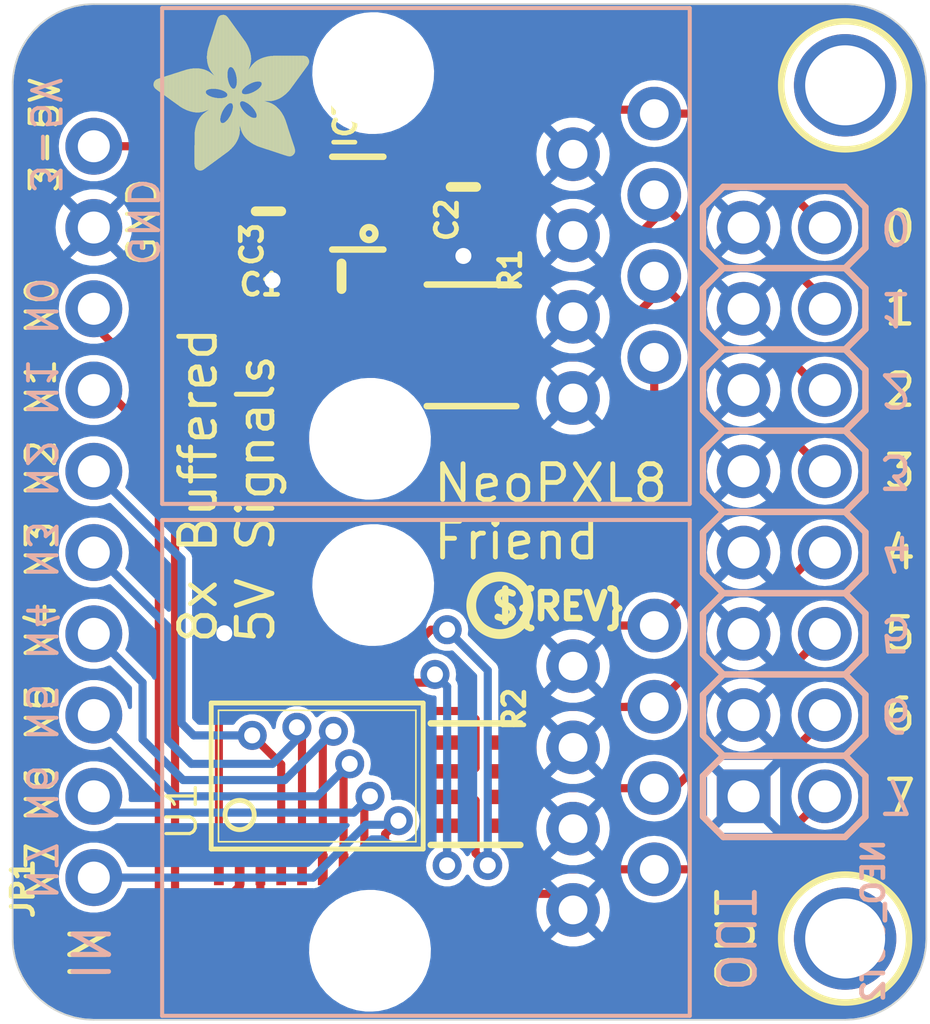
<source format=kicad_pcb>
(kicad_pcb (version 20221018) (generator pcbnew)
  (layers (0 "F.Cu" signal) (31 "B.Cu" signal) (34 "B.Paste" user) (35 "F.Paste" user) (36 "B.SilkS" user "B.Silkscreen") (37 "F.SilkS" user "F.Silkscreen") (38 "B.Mask" user) (39 "F.Mask" user) (44 "Edge.Cuts" user))
  (net 0 "")
  (net 1 "GND")
  (net 2 "N$14")
  (net 3 "N$15")
  (net 4 "3.3V")
  (net 5 "NEO_IN0")
  (net 6 "NEO_IN1")
  (net 7 "NEO_IN2")
  (net 8 "NEO_IN7")
  (net 9 "NEO_IN6")
  (net 10 "NEO_IN5")
  (net 11 "NEO_IN4")
  (net 12 "N$1")
  (net 13 "N$2")
  (net 14 "N$3")
  (net 15 "N$4")
  (net 16 "N$5")
  (net 17 "N$6")
  (net 18 "N$7")
  (net 19 "N$8")
  (net 20 "NEO_OUT0")
  (net 21 "NEO_OUT1")
  (net 22 "NEO_OUT2")
  (net 23 "NEO_OUT3")
  (net 24 "NEO_OUT4")
  (net 25 "NEO_OUT5")
  (net 26 "NEO_OUT6")
  (net 27 "NEO_OUT7")
  (net 28 "+5V")
  (net 29 "NEO_IN3")
  (footprint "working:0603-NO" (layer "F.Cu") (at 144.5006 97.6376 180)
    (fp_text reference "C1" (at 1.778 0.127 180) (layer "F.SilkS") (effects (font (size 0.666496 0.666496) (thickness 0.146304)) (justify right top)))
    (fp_text value "1uF")
    (pad "1" smd rect (at -0.85 0 180) (size 1.075 1) (layers "F.Cu" "F.Paste" "F.Mask") (net 28 "+5V"))
    (pad "2" smd rect (at 0.85 0 180) (size 1.075 1) (layers "F.Cu" "F.Paste" "F.Mask") (net 1 "GND"))
  )
  (footprint "working:SOT23-6" (layer "F.Cu") (at 145.0086 95.3516 90)
    (fp_text reference "IC3" (at 1.651 0 90) (layer "F.SilkS") (effects (font (size 0.666496 0.666496) (thickness 0.146304)) (justify left bottom)))
    (fp_text value "AP3602")
    (pad "1" smd rect (at -0.95 1.3 90) (size 0.55 1.2) (layers "F.Cu" "F.Paste" "F.Mask") (net 28 "+5V"))
    (pad "2" smd rect (at 0 1.3 90) (size 0.55 1.2) (layers "F.Cu" "F.Paste" "F.Mask") (net 1 "GND"))
    (pad "3" smd rect (at 0.95 1.3 90) (size 0.55 1.2) (layers "F.Cu" "F.Paste" "F.Mask") (net 4 "3.3V"))
    (pad "4" smd rect (at 0.95 -1.3 90) (size 0.55 1.2) (layers "F.Cu" "F.Paste" "F.Mask") (net 3 "N$15"))
    (pad "5" smd rect (at 0 -1.3 90) (size 0.55 1.2) (layers "F.Cu" "F.Paste" "F.Mask") (net 4 "3.3V"))
    (pad "6" smd rect (at -0.95 -1.3 90) (size 0.55 1.2) (layers "F.Cu" "F.Paste" "F.Mask") (net 2 "N$14"))
  )
  (footprint "working:1X10_ROUND70" (layer "F.Cu") (at 136.7536 105.0036 90)
    (fp_text reference "JP1" (at -12.7762 -1.8288 90) (layer "F.SilkS") (effects (font (size 0.666496 0.666496) (thickness 0.146304)) (justify left bottom)))
    (fp_text value "")
    (pad "1" thru_hole circle (at -11.43 0 180) (size 1.778 1.778) (drill 1) (layers "*.Cu" "*.Mask") (net 8 "NEO_IN7"))
    (pad "2" thru_hole circle (at -8.89 0 180) (size 1.778 1.778) (drill 1) (layers "*.Cu" "*.Mask") (net 9 "NEO_IN6"))
    (pad "3" thru_hole circle (at -6.35 0 180) (size 1.778 1.778) (drill 1) (layers "*.Cu" "*.Mask") (net 10 "NEO_IN5"))
    (pad "4" thru_hole circle (at -3.81 0 180) (size 1.778 1.778) (drill 1) (layers "*.Cu" "*.Mask") (net 11 "NEO_IN4"))
    (pad "5" thru_hole circle (at -1.27 0 180) (size 1.778 1.778) (drill 1) (layers "*.Cu" "*.Mask") (net 29 "NEO_IN3"))
    (pad "6" thru_hole circle (at 1.27 0 180) (size 1.778 1.778) (drill 1) (layers "*.Cu" "*.Mask") (net 7 "NEO_IN2"))
    (pad "7" thru_hole circle (at 3.81 0 180) (size 1.778 1.778) (drill 1) (layers "*.Cu" "*.Mask") (net 6 "NEO_IN1"))
    (pad "8" thru_hole circle (at 6.35 0 180) (size 1.778 1.778) (drill 1) (layers "*.Cu" "*.Mask") (net 5 "NEO_IN0"))
    (pad "9" thru_hole circle (at 8.89 0 180) (size 1.778 1.778) (drill 1) (layers "*.Cu" "*.Mask") (net 1 "GND"))
    (pad "10" thru_hole circle (at 11.43 0 180) (size 1.778 1.778) (drill 1) (layers "*.Cu" "*.Mask") (net 4 "3.3V"))
  )
  (footprint "working:FIDUCIAL_1MM" (layer "F.Cu") (at 148.5011 90.9066)
    (fp_text reference "FID2" hide)
    (fp_text value "FIDUCIAL_1MM" hide)
    (pad "1" smd roundrect (at 0 0) (size 1 1) (layers "F.Cu" "F.Mask") (roundrect_rratio 0.5))
  )
  (footprint "working:0603-NO" (layer "F.Cu") (at 148.3106 94.8436 -90)
    (fp_text reference "C2" (at 1.778 0.127 -90) (layer "F.SilkS") (effects (font (size 0.666496 0.666496) (thickness 0.146304)) (justify left bottom)))
    (fp_text value "1uF")
    (pad "1" smd rect (at -0.85 0 270) (size 1.075 1) (layers "F.Cu" "F.Paste" "F.Mask") (net 4 "3.3V"))
    (pad "2" smd rect (at 0.85 0 270) (size 1.075 1) (layers "F.Cu" "F.Paste" "F.Mask") (net 1 "GND"))
  )
  (footprint "working:RESPACK_4X0603" (layer "F.Cu") (at 148.5646 99.7966 -90)
    (fp_text reference "R1" (at -1.6 -1.6 -90) (layer "F.SilkS") (effects (font (size 0.666496 0.666496) (thickness 0.146304)) (justify left bottom)))
    (fp_text value "100")
    (pad "1" smd rect (at -1.3 0.85 270) (size 0.45 0.9) (layers "F.Cu" "F.Paste" "F.Mask") (net 19 "N$8"))
    (pad "2" smd rect (at -0.4 0.85 270) (size 0.45 0.9) (layers "F.Cu" "F.Paste" "F.Mask") (net 18 "N$7"))
    (pad "3" smd rect (at 0.4 0.85 270) (size 0.45 0.9) (layers "F.Cu" "F.Paste" "F.Mask") (net 17 "N$6"))
    (pad "4" smd rect (at 1.3 0.85 270) (size 0.45 0.9) (layers "F.Cu" "F.Paste" "F.Mask") (net 16 "N$5"))
    (pad "5" smd rect (at 1.3 -0.85 270) (size 0.45 0.9) (layers "F.Cu" "F.Paste" "F.Mask") (net 23 "NEO_OUT3"))
    (pad "6" smd rect (at 0.4 -0.85 270) (size 0.45 0.9) (layers "F.Cu" "F.Paste" "F.Mask") (net 22 "NEO_OUT2"))
    (pad "7" smd rect (at -0.4 -0.85 270) (size 0.45 0.9) (layers "F.Cu" "F.Paste" "F.Mask") (net 21 "NEO_OUT1"))
    (pad "8" smd rect (at -1.3 -0.85 270) (size 0.45 0.9) (layers "F.Cu" "F.Paste" "F.Mask") (net 20 "NEO_OUT0"))
  )
  (footprint "working:0603-NO" (layer "F.Cu") (at 142.2146 95.6056 -90)
    (fp_text reference "C3" (at 1.778 0.127 -90) (layer "F.SilkS") (effects (font (size 0.666496 0.666496) (thickness 0.146304)) (justify left bottom)))
    (fp_text value "1uF")
    (pad "1" smd rect (at -0.85 0 270) (size 1.075 1) (layers "F.Cu" "F.Paste" "F.Mask") (net 3 "N$15"))
    (pad "2" smd rect (at 0.85 0 270) (size 1.075 1) (layers "F.Cu" "F.Paste" "F.Mask") (net 2 "N$14"))
  )
  (footprint "working:MOUNTINGHOLE_2.5_PLATED" (layer "F.Cu") (at 160.2486 91.6686)
    (fp_text reference "U$3" hide)
    (fp_text value "MOUNTINGHOLE2.5" hide)
    (pad "P$1" thru_hole circle (at 0 0) (size 3.2 3.2) (drill 2.5) (layers "*.Cu" "*.Mask"))
    (zone (net 0) (net_name "") (layer "B.Cu") (connect_pads (clearance 0)) (min_thickness 0.25)
      (keepout (tracks not_allowed) (vias not_allowed) (pads not_allowed) (copperpour not_allowed) (footprints allowed))
      (fill (thermal_gap 0.5) (thermal_bridge_width 0.5))
      (polygon (pts (xy 162.2646 91.6686) (xy 162.24498 91.388027) (xy 162.186504 91.112915) (xy 162.090308 90.848619) (xy 161.958265 90.600283) (xy 161.792946 90.37274) (xy 161.597567 90.17042) (xy 161.375933 89.99726) (xy 161.132356 89.856631) (xy 160.871578 89.75127) (xy 160.598675 89.683228) (xy 160.318957 89.653828) (xy 160.037871 89.663644) (xy 159.760885 89.712484) (xy 159.493393 89.799397) (xy 159.2406 89.922693) (xy 159.007426 90.07997) (xy 158.798411 90.268169) (xy 158.617622 90.483625) (xy 158.468578 90.722145) (xy 158.35418 90.979087) (xy 158.276654 91.24945) (xy 158.237511 91.527971) (xy 158.237511 91.809229) (xy 158.276654 92.08775) (xy 158.35418 92.358113) (xy 158.468578 92.615055) (xy 158.617622 92.853575) (xy 158.798411 93.069031) (xy 159.007426 93.25723) (xy 159.2406 93.414507) (xy 159.493393 93.537803) (xy 159.760885 93.624716) (xy 160.037871 93.673556) (xy 160.318957 93.683372) (xy 160.598675 93.653972) (xy 160.871578 93.58593) (xy 161.132356 93.480569) (xy 161.375933 93.33994) (xy 161.597567 93.16678) (xy 161.792946 92.96446) (xy 161.958265 92.736917) (xy 162.090308 92.488581) (xy 162.186504 92.224285) (xy 162.24498 91.949173)))
      (polygon (pts (xy 160.2326 91.6686) (xy 160.237286 91.679914) (xy 160.2486 91.6846) (xy 160.259914 91.679914) (xy 160.2646 91.6686) (xy 160.259914 91.657286) (xy 160.2486 91.6526) (xy 160.237286 91.657286)))
    )
  )
  (footprint "working:PCBFEAT-REV-040" (layer "F.Cu") (at 149.4536 107.9246)
    (fp_text reference "U$11" hide)
    (fp_text value "" hide)
    (fp_text user "${REV}" (at -0.3556 0.508) (layer "F.SilkS") (effects (font (size 0.8128 0.8128) (thickness 0.2032)) (justify left bottom)))
  )
  (footprint "working:FIDUCIAL_1MM" (layer "F.Cu") (at 148.8821 118.4021)
    (fp_text reference "FID1" hide)
    (fp_text value "FIDUCIAL_1MM" hide)
    (pad "1" smd roundrect (at 0 0) (size 1 1) (layers "F.Cu" "F.Mask") (roundrect_rratio 0.5))
  )
  (footprint "working:MOUNTINGHOLE_2.5_PLATED" (layer "F.Cu") (at 160.2486 118.3386)
    (fp_text reference "U$7" hide)
    (fp_text value "MOUNTINGHOLE2.5" hide)
    (pad "P$1" thru_hole circle (at 0 0) (size 3.2 3.2) (drill 2.5) (layers "*.Cu" "*.Mask"))
    (zone (net 0) (net_name "") (layer "B.Cu") (connect_pads (clearance 0)) (min_thickness 0.25)
      (keepout (tracks not_allowed) (vias not_allowed) (pads not_allowed) (copperpour not_allowed) (footprints allowed))
      (fill (thermal_gap 0.5) (thermal_bridge_width 0.5))
      (polygon (pts (xy 162.2646 118.3386) (xy 162.24498 118.058027) (xy 162.186504 117.782915) (xy 162.090308 117.518619) (xy 161.958265 117.270283) (xy 161.792946 117.04274) (xy 161.597567 116.84042) (xy 161.375933 116.66726) (xy 161.132356 116.526631) (xy 160.871578 116.42127) (xy 160.598675 116.353228) (xy 160.318957 116.323828) (xy 160.037871 116.333644) (xy 159.760885 116.382484) (xy 159.493393 116.469397) (xy 159.2406 116.592693) (xy 159.007426 116.74997) (xy 158.798411 116.938169) (xy 158.617622 117.153625) (xy 158.468578 117.392145) (xy 158.35418 117.649087) (xy 158.276654 117.91945) (xy 158.237511 118.197971) (xy 158.237511 118.479229) (xy 158.276654 118.75775) (xy 158.35418 119.028113) (xy 158.468578 119.285055) (xy 158.617622 119.523575) (xy 158.798411 119.739031) (xy 159.007426 119.92723) (xy 159.2406 120.084507) (xy 159.493393 120.207803) (xy 159.760885 120.294716) (xy 160.037871 120.343556) (xy 160.318957 120.353372) (xy 160.598675 120.323972) (xy 160.871578 120.25593) (xy 161.132356 120.150569) (xy 161.375933 120.00994) (xy 161.597567 119.83678) (xy 161.792946 119.63446) (xy 161.958265 119.406917) (xy 162.090308 119.158581) (xy 162.186504 118.894285) (xy 162.24498 118.619173)))
      (polygon (pts (xy 160.2326 118.3386) (xy 160.237286 118.349914) (xy 160.2486 118.3546) (xy 160.259914 118.349914) (xy 160.2646 118.3386) (xy 160.259914 118.327286) (xy 160.2486 118.3226) (xy 160.237286 118.327286)))
    )
  )
  (footprint "working:TSSOP20" (layer "F.Cu") (at 143.7386 113.2586)
    (fp_text reference "U1" (at -3.6956 2.0828 90) (layer "F.SilkS") (effects (font (size 0.9144 0.9144) (thickness 0.1016)) (justify left bottom)))
    (fp_text value "74HCT245")
    (pad "1" smd rect (at -3.075 2.9178) (size 0.3048 0.9906) (layers "F.Cu" "F.Paste" "F.Mask") (net 28 "+5V"))
    (pad "2" smd rect (at -2.425 2.9178) (size 0.3048 0.9906) (layers "F.Cu" "F.Paste" "F.Mask") (net 5 "NEO_IN0"))
    (pad "3" smd rect (at -1.775 2.9178) (size 0.3048 0.9906) (layers "F.Cu" "F.Paste" "F.Mask") (net 6 "NEO_IN1"))
    (pad "4" smd rect (at -1.125 2.9178) (size 0.3048 0.9906) (layers "F.Cu" "F.Paste" "F.Mask") (net 7 "NEO_IN2"))
    (pad "5" smd rect (at -0.475 2.9178) (size 0.3048 0.9906) (layers "F.Cu" "F.Paste" "F.Mask") (net 29 "NEO_IN3"))
    (pad "6" smd rect (at 0.175 2.9178) (size 0.3048 0.9906) (layers "F.Cu" "F.Paste" "F.Mask") (net 11 "NEO_IN4"))
    (pad "7" smd rect (at 0.825 2.9178) (size 0.3048 0.9906) (layers "F.Cu" "F.Paste" "F.Mask") (net 10 "NEO_IN5"))
    (pad "8" smd rect (at 1.475 2.9178) (size 0.3048 0.9906) (layers "F.Cu" "F.Paste" "F.Mask") (net 9 "NEO_IN6"))
    (pad "9" smd rect (at 2.125 2.9178) (size 0.3048 0.9906) (layers "F.Cu" "F.Paste" "F.Mask") (net 8 "NEO_IN7"))
    (pad "10" smd rect (at 2.775 2.9178) (size 0.3048 0.9906) (layers "F.Cu" "F.Paste" "F.Mask") (net 1 "GND"))
    (pad "11" smd rect (at 2.775 -2.9178) (size 0.3048 0.9906) (layers "F.Cu" "F.Paste" "F.Mask") (net 12 "N$1"))
    (pad "12" smd rect (at 2.125 -2.9178) (size 0.3048 0.9906) (layers "F.Cu" "F.Paste" "F.Mask") (net 13 "N$2"))
    (pad "13" smd rect (at 1.475 -2.9178) (size 0.3048 0.9906) (layers "F.Cu" "F.Paste" "F.Mask") (net 14 "N$3"))
    (pad "14" smd rect (at 0.825 -2.9178) (size 0.3048 0.9906) (layers "F.Cu" "F.Paste" "F.Mask") (net 15 "N$4"))
    (pad "15" smd rect (at 0.175 -2.9178) (size 0.3048 0.9906) (layers "F.Cu" "F.Paste" "F.Mask") (net 16 "N$5"))
    (pad "16" smd rect (at -0.475 -2.9178) (size 0.3048 0.9906) (layers "F.Cu" "F.Paste" "F.Mask") (net 17 "N$6"))
    (pad "17" smd rect (at -1.125 -2.9178) (size 0.3048 0.9906) (layers "F.Cu" "F.Paste" "F.Mask") (net 18 "N$7"))
    (pad "18" smd rect (at -1.775 -2.9178) (size 0.3048 0.9906) (layers "F.Cu" "F.Paste" "F.Mask") (net 19 "N$8"))
    (pad "19" smd rect (at -2.425 -2.9178) (size 0.3048 0.9906) (layers "F.Cu" "F.Paste" "F.Mask") (net 1 "GND"))
    (pad "20" smd rect (at -3.075 -2.9178) (size 0.3048 0.9906) (layers "F.Cu" "F.Paste" "F.Mask") (net 28 "+5V"))
  )
  (footprint "working:ADAFRUIT_5MM" (layer "F.Cu") (at 143.4846 94.3356 90)
    (fp_text reference "U$12" hide)
    (fp_text value "" hide)
  )
  (footprint "working:RESPACK_4X0603" (layer "F.Cu") (at 148.6916 113.5126 -90)
    (fp_text reference "R2" (at -1.6 -1.6 -90) (layer "F.SilkS") (effects (font (size 0.666496 0.666496) (thickness 0.146304)) (justify left bottom)))
    (fp_text value "100")
    (pad "1" smd rect (at -1.3 0.85 270) (size 0.45 0.9) (layers "F.Cu" "F.Paste" "F.Mask") (net 15 "N$4"))
    (pad "2" smd rect (at -0.4 0.85 270) (size 0.45 0.9) (layers "F.Cu" "F.Paste" "F.Mask") (net 14 "N$3"))
    (pad "3" smd rect (at 0.4 0.85 270) (size 0.45 0.9) (layers "F.Cu" "F.Paste" "F.Mask") (net 13 "N$2"))
    (pad "4" smd rect (at 1.3 0.85 270) (size 0.45 0.9) (layers "F.Cu" "F.Paste" "F.Mask") (net 12 "N$1"))
    (pad "5" smd rect (at 1.3 -0.85 270) (size 0.45 0.9) (layers "F.Cu" "F.Paste" "F.Mask") (net 27 "NEO_OUT7"))
    (pad "6" smd rect (at 0.4 -0.85 270) (size 0.45 0.9) (layers "F.Cu" "F.Paste" "F.Mask") (net 26 "NEO_OUT6"))
    (pad "7" smd rect (at -0.4 -0.85 270) (size 0.45 0.9) (layers "F.Cu" "F.Paste" "F.Mask") (net 25 "NEO_OUT5"))
    (pad "8" smd rect (at -1.3 -0.85 270) (size 0.45 0.9) (layers "F.Cu" "F.Paste" "F.Mask") (net 24 "NEO_OUT4"))
  )
  (footprint "working:RJ45_VERTICAL_UNSHIELDED" (layer "B.Cu") (at 145.3896 113.0046 90)
    (fp_text reference "CN1" hide)
    (fp_text value "RJ45_V_UNSH" hide)
    (pad "" np_thru_hole circle (at -5.715 0 90) (size 3.302 3.302) (drill 3.302) (layers "*.Cu" "*.Mask"))
    (pad "" np_thru_hole circle (at 5.715 0.1 90) (size 3.302 3.302) (drill 3.302) (layers "*.Cu" "*.Mask"))
    (pad "1" thru_hole circle (at -4.44 6.35 90) (size 1.6764 1.6764) (drill 0.9) (layers "*.Cu" "*.Mask") (net 1 "GND"))
    (pad "2" thru_hole circle (at -3.17 8.89 90) (size 1.6764 1.6764) (drill 0.9) (layers "*.Cu" "*.Mask") (net 27 "NEO_OUT7"))
    (pad "3" thru_hole circle (at -1.9 6.35 90) (size 1.6764 1.6764) (drill 0.9) (layers "*.Cu" "*.Mask") (net 1 "GND"))
    (pad "4" thru_hole circle (at -0.63 8.89 90) (size 1.6764 1.6764) (drill 0.9) (layers "*.Cu" "*.Mask") (net 26 "NEO_OUT6"))
    (pad "5" thru_hole circle (at 0.64 6.35 90) (size 1.6764 1.6764) (drill 0.9) (layers "*.Cu" "*.Mask") (net 1 "GND"))
    (pad "6" thru_hole circle (at 1.91 8.89 90) (size 1.6764 1.6764) (drill 0.9) (layers "*.Cu" "*.Mask") (net 25 "NEO_OUT5"))
    (pad "7" thru_hole circle (at 3.18 6.35 90) (size 1.6764 1.6764) (drill 0.9) (layers "*.Cu" "*.Mask") (net 1 "GND"))
    (pad "8" thru_hole circle (at 4.45 8.89 90) (size 1.6764 1.6764) (drill 0.9) (layers "*.Cu" "*.Mask") (net 24 "NEO_OUT4"))
  )
  (footprint "working:RJ45_VERTICAL_UNSHIELDED" (layer "B.Cu") (at 145.3896 97.0026 90)
    (fp_text reference "CN2" hide)
    (fp_text value "RJ45_V_UNSH" hide)
    (pad "" np_thru_hole circle (at -5.715 0 90) (size 3.302 3.302) (drill 3.302) (layers "*.Cu" "*.Mask"))
    (pad "" np_thru_hole circle (at 5.715 0.1 90) (size 3.302 3.302) (drill 3.302) (layers "*.Cu" "*.Mask"))
    (pad "1" thru_hole circle (at -4.44 6.35 90) (size 1.6764 1.6764) (drill 0.9) (layers "*.Cu" "*.Mask") (net 1 "GND"))
    (pad "2" thru_hole circle (at -3.17 8.89 90) (size 1.6764 1.6764) (drill 0.9) (layers "*.Cu" "*.Mask") (net 23 "NEO_OUT3"))
    (pad "3" thru_hole circle (at -1.9 6.35 90) (size 1.6764 1.6764) (drill 0.9) (layers "*.Cu" "*.Mask") (net 1 "GND"))
    (pad "4" thru_hole circle (at -0.63 8.89 90) (size 1.6764 1.6764) (drill 0.9) (layers "*.Cu" "*.Mask") (net 22 "NEO_OUT2"))
    (pad "5" thru_hole circle (at 0.64 6.35 90) (size 1.6764 1.6764) (drill 0.9) (layers "*.Cu" "*.Mask") (net 1 "GND"))
    (pad "6" thru_hole circle (at 1.91 8.89 90) (size 1.6764 1.6764) (drill 0.9) (layers "*.Cu" "*.Mask") (net 21 "NEO_OUT1"))
    (pad "7" thru_hole circle (at 3.18 6.35 90) (size 1.6764 1.6764) (drill 0.9) (layers "*.Cu" "*.Mask") (net 1 "GND"))
    (pad "8" thru_hole circle (at 4.45 8.89 90) (size 1.6764 1.6764) (drill 0.9) (layers "*.Cu" "*.Mask") (net 20 "NEO_OUT0"))
  )
  (footprint "working:2X08" (layer "B.Cu") (at 158.3436 105.0036 90)
    (fp_text reference "NEO_OUT2" (at -10.16 3.175 270) (layer "B.SilkS") (effects (font (size 0.666496 0.666496) (thickness 0.146304)) (justify left bottom mirror)))
    (fp_text value "")
    (pad "1" thru_hole rect (at -8.89 -1.27 90) (size 1.6764 1.6764) (drill 1) (layers "*.Cu" "*.Mask") (net 1 "GND"))
    (pad "2" thru_hole circle (at -8.89 1.27 90) (size 1.6764 1.6764) (drill 1) (layers "*.Cu" "*.Mask") (net 27 "NEO_OUT7"))
    (pad "3" thru_hole circle (at -6.35 -1.27 90) (size 1.6764 1.6764) (drill 1) (layers "*.Cu" "*.Mask") (net 1 "GND"))
    (pad "4" thru_hole circle (at -6.35 1.27 90) (size 1.6764 1.6764) (drill 1) (layers "*.Cu" "*.Mask") (net 26 "NEO_OUT6"))
    (pad "5" thru_hole circle (at -3.81 -1.27 90) (size 1.6764 1.6764) (drill 1) (layers "*.Cu" "*.Mask") (net 1 "GND"))
    (pad "6" thru_hole circle (at -3.81 1.27 90) (size 1.6764 1.6764) (drill 1) (layers "*.Cu" "*.Mask") (net 25 "NEO_OUT5"))
    (pad "7" thru_hole circle (at -1.27 -1.27 90) (size 1.6764 1.6764) (drill 1) (layers "*.Cu" "*.Mask") (net 1 "GND"))
    (pad "8" thru_hole circle (at -1.27 1.27 90) (size 1.6764 1.6764) (drill 1) (layers "*.Cu" "*.Mask") (net 24 "NEO_OUT4"))
    (pad "9" thru_hole circle (at 1.27 -1.27 90) (size 1.6764 1.6764) (drill 1) (layers "*.Cu" "*.Mask") (net 1 "GND"))
    (pad "10" thru_hole circle (at 1.27 1.27 90) (size 1.6764 1.6764) (drill 1) (layers "*.Cu" "*.Mask") (net 23 "NEO_OUT3"))
    (pad "11" thru_hole circle (at 3.81 -1.27 90) (size 1.6764 1.6764) (drill 1) (layers "*.Cu" "*.Mask") (net 1 "GND"))
    (pad "12" thru_hole circle (at 3.81 1.27 90) (size 1.6764 1.6764) (drill 1) (layers "*.Cu" "*.Mask") (net 22 "NEO_OUT2"))
    (pad "13" thru_hole circle (at 6.35 -1.27 90) (size 1.6764 1.6764) (drill 1) (layers "*.Cu" "*.Mask") (net 1 "GND"))
    (pad "14" thru_hole circle (at 6.35 1.27 90) (size 1.6764 1.6764) (drill 1) (layers "*.Cu" "*.Mask") (net 21 "NEO_OUT1"))
    (pad "15" thru_hole circle (at 8.89 -1.27 90) (size 1.6764 1.6764) (drill 1) (layers "*.Cu" "*.Mask") (net 1 "GND"))
    (pad "16" thru_hole circle (at 8.89 1.27 90) (size 1.6764 1.6764) (drill 1) (layers "*.Cu" "*.Mask") (net 20 "NEO_OUT0"))
  )
  (gr_arc (start 134.2136 91.6686) (mid 134.957549 89.872549) (end 136.7536 89.1286) (stroke (width 0.05)) (layer "Edge.Cuts"))
  (gr_line (start 160.2486 89.1286) (end 136.7536 89.1286) (stroke (width 0.05)) (layer "Edge.Cuts"))
  (gr_arc (start 160.2486 89.1286) (mid 162.044651 89.872549) (end 162.7886 91.6686) (stroke (width 0.05)) (layer "Edge.Cuts"))
  (gr_arc (start 162.7886 118.3386) (mid 162.044651 120.134651) (end 160.2486 120.8786) (stroke (width 0.05)) (layer "Edge.Cuts"))
  (gr_line (start 136.7536 120.8786) (end 160.2486 120.8786) (stroke (width 0.05)) (layer "Edge.Cuts"))
  (gr_arc (start 136.7536 120.8786) (mid 134.957549 120.134651) (end 134.2136 118.3386) (stroke (width 0.05)) (layer "Edge.Cuts"))
  (gr_line (start 162.7886 118.3386) (end 162.7886 91.6686) (stroke (width 0.05)) (layer "Edge.Cuts"))
  (gr_line (start 134.2136 91.6686) (end 134.2136 118.3386) (stroke (width 0.05)) (layer "Edge.Cuts"))
  (gr_text "1" (at 161.2646 98.6536 -180) (layer "B.SilkS") (effects (font (size 1.00584 1.00584) (thickness 0.13716)) (justify left mirror)))
  (gr_text "3" (at 161.2646 103.7336 -180) (layer "B.SilkS") (effects (font (size 1.00584 1.00584) (thickness 0.13716)) (justify left mirror)))
  (gr_text "N4" (at 135.1026 109.7026 -90) (layer "B.SilkS") (effects (font (size 0.89408 0.89408) (thickness 0.12192)) (justify left mirror)))
  (gr_text "N5" (at 135.1026 112.2426 -90) (layer "B.SilkS") (effects (font (size 0.89408 0.89408) (thickness 0.12192)) (justify left mirror)))
  (gr_text "N3" (at 135.1026 107.1626 -90) (layer "B.SilkS") (effects (font (size 0.89408 0.89408) (thickness 0.12192)) (justify left mirror)))
  (gr_text "5" (at 161.2646 108.8136 -180) (layer "B.SilkS") (effects (font (size 1.00584 1.00584) (thickness 0.13716)) (justify left mirror)))
  (gr_text "N0" (at 135.1026 99.5426 -90) (layer "B.SilkS") (effects (font (size 0.89408 0.89408) (thickness 0.12192)) (justify left mirror)))
  (gr_text "N2" (at 135.1026 104.6226 -90) (layer "B.SilkS") (effects (font (size 0.89408 0.89408) (thickness 0.12192)) (justify left mirror)))
  (gr_text "3-5V" (at 135.2296 95.0976 -90) (layer "B.SilkS") (effects (font (size 0.89408 0.89408) (thickness 0.12192)) (justify left mirror)))
  (gr_text "4" (at 161.2646 106.2736 -180) (layer "B.SilkS") (effects (font (size 1.00584 1.00584) (thickness 0.13716)) (justify left mirror)))
  (gr_text "0" (at 161.2646 96.1136 -180) (layer "B.SilkS") (effects (font (size 1.00584 1.00584) (thickness 0.13716)) (justify left mirror)))
  (gr_text "N7" (at 135.1026 117.1956 -90) (layer "B.SilkS") (effects (font (size 0.89408 0.89408) (thickness 0.12192)) (justify left mirror)))
  (gr_text "IN" (at 137.2616 117.8306 -90) (layer "B.SilkS") (effects (font (size 1.1176 1.1176) (thickness 0.1524)) (justify right top mirror)))
  (gr_text "OUT" (at 157.4546 116.6876 -90) (layer "B.SilkS") (effects (font (size 1.1176 1.1176) (thickness 0.1524)) (justify right top mirror)))
  (gr_text "2" (at 161.2646 101.1936 -180) (layer "B.SilkS") (effects (font (size 1.00584 1.00584) (thickness 0.13716)) (justify left mirror)))
  (gr_text "N6" (at 135.1026 114.7826 -90) (layer "B.SilkS") (effects (font (size 0.89408 0.89408) (thickness 0.12192)) (justify left mirror)))
  (gr_text "GND" (at 138.2776 97.3836 -90) (layer "B.SilkS") (effects (font (size 0.89408 0.89408) (thickness 0.12192)) (justify left mirror)))
  (gr_text "7" (at 161.2646 113.8936 -180) (layer "B.SilkS") (effects (font (size 1.00584 1.00584) (thickness 0.13716)) (justify left mirror)))
  (gr_text "N1" (at 135.1026 102.0826 -90) (layer "B.SilkS") (effects (font (size 0.89408 0.89408) (thickness 0.12192)) (justify left mirror)))
  (gr_text "6" (at 161.2646 111.3536 -180) (layer "B.SilkS") (effects (font (size 1.00584 1.00584) (thickness 0.13716)) (justify left mirror)))
  (gr_text "N1" (at 135.1026 102.0826 90) (layer "F.SilkS") (effects (font (size 0.89408 0.89408) (thickness 0.12192)) (justify left)))
  (gr_text "5" (at 162.5346 108.8136) (layer "F.SilkS") (effects (font (size 1.00584 1.00584) (thickness 0.13716)) (justify right)))
  (gr_text "1" (at 162.5346 98.6536) (layer "F.SilkS") (effects (font (size 1.00584 1.00584) (thickness 0.13716)) (justify right)))
  (gr_text "2" (at 162.5346 101.1936) (layer "F.SilkS") (effects (font (size 1.00584 1.00584) (thickness 0.13716)) (justify right)))
  (gr_text "N2" (at 135.1026 104.6226 90) (layer "F.SilkS") (effects (font (size 0.89408 0.89408) (thickness 0.12192)) (justify left)))
  (gr_text "7" (at 162.5346 113.8936) (layer "F.SilkS") (effects (font (size 1.00584 1.00584) (thickness 0.13716)) (justify right)))
  (gr_text "3" (at 162.5346 103.7336) (layer "F.SilkS") (effects (font (size 1.00584 1.00584) (thickness 0.13716)) (justify right)))
  (gr_text "IN" (at 137.2616 119.7356 90) (layer "F.SilkS") (effects (font (size 1.1176 1.1176) (thickness 0.1524)) (justify left bottom)))
  (gr_text "OUT" (at 156.1846 116.6876 90) (layer "F.SilkS") (effects (font (size 1.1176 1.1176) (thickness 0.1524)) (justify right top)))
  (gr_text "N5" (at 135.1026 112.2426 90) (layer "F.SilkS") (effects (font (size 0.89408 0.89408) (thickness 0.12192)) (justify left)))
  (gr_text "N0" (at 135.1026 99.5426 90) (layer "F.SilkS") (effects (font (size 0.89408 0.89408) (thickness 0.12192)) (justify left)))
  (gr_text "N3" (at 135.1026 107.1626 90) (layer "F.SilkS") (effects (font (size 0.89408 0.89408) (thickness 0.12192)) (justify left)))
  (gr_text "N6" (at 135.1026 114.7826 90) (layer "F.SilkS") (effects (font (size 0.89408 0.89408) (thickness 0.12192)) (justify left)))
  (gr_text "3-5V" (at 135.2296 95.0976 90) (layer "F.SilkS") (effects (font (size 0.89408 0.89408) (thickness 0.12192)) (justify left)))
  (gr_text "GND" (at 138.2776 97.3836 90) (layer "F.SilkS") (effects (font (size 0.89408 0.89408) (thickness 0.12192)) (justify left)))
  (gr_text "8x Buffered\n5V Signals" (at 142.4686 109.1946 90) (layer "F.SilkS") (effects (font (size 1.1176 1.1176) (thickness 0.1524)) (justify left bottom)))
  (gr_text "0" (at 162.5346 96.1136) (layer "F.SilkS") (effects (font (size 1.00584 1.00584) (thickness 0.13716)) (justify right)))
  (gr_text "N4" (at 135.1026 109.7026 90) (layer "F.SilkS") (effects (font (size 0.89408 0.89408) (thickness 0.12192)) (justify left)))
  (gr_text "N7" (at 135.1026 117.1956 90) (layer "F.SilkS") (effects (font (size 0.89408 0.89408) (thickness 0.12192)) (justify left)))
  (gr_text "4" (at 162.5346 106.2736) (layer "F.SilkS") (effects (font (size 1.00584 1.00584) (thickness 0.13716)) (justify right)))
  (gr_text "NeoPXL8\nFriend" (at 147.2946 105.0036) (layer "F.SilkS") (effects (font (size 1.1176 1.1176) (thickness 0.1524)) (justify left)))
  (gr_text "6" (at 162.5346 111.3536) (layer "F.SilkS") (effects (font (size 1.00584 1.00584) (thickness 0.13716)) (justify right)))
  (segment (start 141.3136 109.1826) (end 140.9446 108.8136) (width 0.254) (layer "F.Cu") (net 1))
  (segment (start 143.6506 97.6376) (end 142.4686 97.6376) (width 0.254) (layer "F.Cu") (net 1))
  (segment (start 147.1676 95.3516) (end 147.5096 95.6936) (width 0.254) (layer "F.Cu") (net 1))
  (segment (start 151.7396 117.4446) (end 151.2366 116.9416) (width 0.254) (layer "F.Cu") (net 1))
  (segment (start 146.3086 95.3516) (end 147.1676 95.3516) (width 0.254) (layer "F.Cu") (net 1))
  (segment (start 140.8176 108.8136) (end 140.83515 108.79605) (width 0.254) (layer "F.Cu") (net 1))
  (segment (start 141.3136 110.3408) (end 141.3136 109.1826) (width 0.254) (layer "F.Cu") (net 1))
  (segment (start 151.2366 116.9416) (end 147.2788 116.9416) (width 0.254) (layer "F.Cu") (net 1))
  (segment (start 147.5096 95.6936) (end 148.3106 95.6936) (width 0.254) (layer "F.Cu") (net 1))
  (segment (start 140.9446 108.8136) (end 140.8176 108.8136) (width 0.254) (layer "F.Cu") (net 1))
  (segment (start 147.2788 116.9416) (end 146.5136 116.1764) (width 0.254) (layer "F.Cu") (net 1))
  (segment (start 142.4686 97.6376) (end 142.3416 97.7646) (width 0.254) (layer "F.Cu") (net 1))
  (segment (start 148.3106 95.6936) (end 148.3106 97.0026) (width 0.254) (layer "F.Cu") (net 1))
  (via (at 148.3106 97.0026) (size 0.9064) (drill 0.5) (layers "F.Cu" "B.Cu") (net 1))
  (via (at 142.3416 97.7646) (size 0.9064) (drill 0.5) (layers "F.Cu" "B.Cu") (net 1))
  (via (at 140.83515 108.79605) (size 0.9064) (drill 0.5) (layers "F.Cu" "B.Cu") (net 1))
  (segment (start 142.3686 96.3016) (end 143.7086 96.3016) (width 0.254) (layer "F.Cu") (net 2))
  (segment (start 142.2146 96.4556) (end 142.3686 96.3016) (width 0.254) (layer "F.Cu") (net 2))
  (segment (start 142.2146 94.7556) (end 142.5686 94.4016) (width 0.254) (layer "F.Cu") (net 3))
  (segment (start 142.5686 94.4016) (end 143.7086 94.4016) (width 0.254) (layer "F.Cu") (net 3))
  (segment (start 144.6276 95.3516) (end 144.8816 95.0976) (width 0.254) (layer "F.Cu") (net 4))
  (segment (start 146.3086 94.2746) (end 148.0296 94.2746) (width 0.254) (layer "F.Cu") (net 4))
  (segment (start 144.8816 95.0976) (end 144.8816 93.5736) (width 0.254) (layer "F.Cu") (net 4))
  (segment (start 145.6076 93.5736) (end 146.3086 94.2746) (width 0.254) (layer "F.Cu") (net 4))
  (segment (start 146.3086 94.2746) (end 146.3086 94.4016) (width 0.254) (layer "F.Cu") (net 4))
  (segment (start 148.0296 94.2746) (end 148.3106 93.9936) (width 0.254) (layer "F.Cu") (net 4))
  (segment (start 136.7536 93.5736) (end 144.8816 93.5736) (width 0.254) (layer "F.Cu") (net 4))
  (segment (start 144.8816 93.5736) (end 145.6076 93.5736) (width 0.254) (layer "F.Cu") (net 4))
  (segment (start 143.7086 95.3516) (end 144.6276 95.3516) (width 0.254) (layer "F.Cu") (net 4))
  (segment (start 136.7536 99.1616) (end 139.2936 101.7016) (width 0.254) (layer "F.Cu") (net 5))
  (segment (start 139.2936 101.7016) (end 139.2936 116.9416) (width 0.254) (layer "F.Cu") (net 5))
  (segment (start 141.3256 116.1884) (end 141.3136 116.1764) (width 0.254) (layer "F.Cu") (net 5))
  (segment (start 139.2936 116.9416) (end 139.5476 117.1956) (width 0.254) (layer "F.Cu") (net 5))
  (segment (start 136.7536 98.6536) (end 136.7536 99.1616) (width 0.254) (layer "F.Cu") (net 5))
  (segment (start 141.3256 116.6876) (end 141.3256 116.1884) (width 0.254) (layer "F.Cu") (net 5))
  (segment (start 139.5476 117.1956) (end 140.8176 117.1956) (width 0.254) (layer "F.Cu") (net 5))
  (segment (start 140.8176 117.1956) (end 141.3256 116.6876) (width 0.254) (layer "F.Cu") (net 5))
  (segment (start 141.9606 116.1794) (end 141.9636 116.1764) (width 0.254) (layer "F.Cu") (net 6))
  (segment (start 138.7856 102.8446) (end 138.7856 117.1956) (width 0.254) (layer "F.Cu") (net 6))
  (segment (start 138.7856 117.1956) (end 139.2936 117.7036) (width 0.254) (layer "F.Cu") (net 6))
  (segment (start 139.2936 117.7036) (end 141.3256 117.7036) (width 0.254) (layer "F.Cu") (net 6))
  (segment (start 141.3256 117.7036) (end 141.9606 117.0686) (width 0.254) (layer "F.Cu") (net 6))
  (segment (start 141.9606 117.0686) (end 141.9606 116.1794) (width 0.254) (layer "F.Cu") (net 6))
  (segment (start 136.7536 101.1936) (end 137.1346 101.1936) (width 0.254) (layer "F.Cu") (net 6))
  (segment (start 137.1346 101.1936) (end 138.7856 102.8446) (width 0.254) (layer "F.Cu") (net 6))
  (segment (start 142.6136 116.1764) (end 142.6136 112.8956) (width 0.254) (layer "F.Cu") (net 7))
  (segment (start 142.6136 112.8956) (end 141.7066 111.9886) (width 0.254) (layer "F.Cu") (net 7))
  (via (at 141.7066 111.9886) (size 0.9064) (drill 0.5) (layers "F.Cu" "B.Cu") (net 7))
  (segment (start 136.7536 103.7336) (end 139.4968 106.4768) (width 0.254) (layer "B.Cu") (net 7))
  (segment (start 139.4968 111.6076) (end 139.8778 111.9886) (width 0.254) (layer "B.Cu") (net 7))
  (segment (start 139.4968 106.4768) (end 139.4968 111.6076) (width 0.254) (layer "B.Cu") (net 7))
  (segment (start 139.8778 111.9886) (end 141.7066 111.9886) (width 0.254) (layer "B.Cu") (net 7))
  (segment (start 145.8636 115.0706) (end 146.2786 114.6556) (width 0.254) (layer "F.Cu") (net 8))
  (segment (start 145.8636 116.1764) (end 145.8636 115.0706) (width 0.254) (layer "F.Cu") (net 8))
  (via (at 146.2786 114.6556) (size 0.9064) (drill 0.5) (layers "F.Cu" "B.Cu") (net 8))
  (segment (start 146.1516 114.7826) (end 146.2786 114.6556) (width 0.254) (layer "B.Cu") (net 8))
  (segment (start 143.6116 116.4336) (end 145.2626 114.7826) (width 0.254) (layer "B.Cu") (net 8))
  (segment (start 145.2626 114.7826) (end 146.1516 114.7826) (width 0.254) (layer "B.Cu") (net 8))
  (segment (start 136.7536 116.4336) (end 143.6116 116.4336) (width 0.254) (layer "B.Cu") (net 8))
  (segment (start 145.2136 114.0696) (end 145.3896 113.8936) (width 0.254) (layer "F.Cu") (net 9))
  (segment (start 145.2136 116.1764) (end 145.2136 114.0696) (width 0.254) (layer "F.Cu") (net 9))
  (via (at 145.3896 113.8936) (size 0.9064) (drill 0.5) (layers "F.Cu" "B.Cu") (net 9))
  (segment (start 137.2616 114.4016) (end 136.7536 113.8936) (width 0.254) (layer "B.Cu") (net 9))
  (segment (start 145.3896 113.8936) (end 144.8816 114.4016) (width 0.254) (layer "B.Cu") (net 9))
  (segment (start 144.8816 114.4016) (end 137.2616 114.4016) (width 0.254) (layer "B.Cu") (net 9))
  (segment (start 144.5636 113.0686) (end 144.7546 112.8776) (width 0.254) (layer "F.Cu") (net 10))
  (segment (start 144.5636 116.1764) (end 144.5636 113.0686) (width 0.254) (layer "F.Cu") (net 10))
  (via (at 144.7546 112.8776) (size 0.9064) (drill 0.5) (layers "F.Cu" "B.Cu") (net 10))
  (segment (start 143.7386 113.8936) (end 139.2936 113.8936) (width 0.254) (layer "B.Cu") (net 10))
  (segment (start 139.2936 113.8936) (end 136.7536 111.3536) (width 0.254) (layer "B.Cu") (net 10))
  (segment (start 144.7546 112.8776) (end 143.7386 113.8936) (width 0.254) (layer "B.Cu") (net 10))
  (segment (start 143.9136 112.1946) (end 144.2466 111.8616) (width 0.254) (layer "F.Cu") (net 11))
  (segment (start 143.9136 116.1764) (end 143.9136 112.1946) (width 0.254) (layer "F.Cu") (net 11))
  (via (at 144.2466 111.8616) (size 0.9064) (drill 0.5) (layers "F.Cu" "B.Cu") (net 11))
  (segment (start 142.7226 113.3856) (end 139.5476 113.3856) (width 0.254) (layer "B.Cu") (net 11))
  (segment (start 138.2776 112.1156) (end 138.2776 110.3376) (width 0.254) (layer "B.Cu") (net 11))
  (segment (start 138.2776 110.3376) (end 136.7536 108.8136) (width 0.254) (layer "B.Cu") (net 11))
  (segment (start 144.2466 111.8616) (end 142.7226 113.3856) (width 0.254) (layer "B.Cu") (net 11))
  (segment (start 139.5476 113.3856) (end 138.2776 112.1156) (width 0.254) (layer "B.Cu") (net 11))
  (segment (start 147.8026 114.8126) (end 147.8026 116.0526) (width 0.254) (layer "F.Cu") (net 12))
  (segment (start 146.5136 110.3408) (end 147.1644 110.3408) (width 0.254) (layer "F.Cu") (net 12))
  (segment (start 147.1644 110.3408) (end 147.4216 110.0836) (width 0.254) (layer "F.Cu") (net 12))
  (segment (start 147.8416 114.8126) (end 147.8026 114.8126) (width 0.254) (layer "F.Cu") (net 12))
  (via (at 147.4216 110.0836) (size 0.9064) (drill 0.5) (layers "F.Cu" "B.Cu") (net 12))
  (via (at 147.8026 116.0526) (size 0.9064) (drill 0.5) (layers "F.Cu" "B.Cu") (net 12))
  (segment (start 147.8026 110.4646) (end 147.4216 110.0836) (width 0.254) (layer "B.Cu") (net 12))
  (segment (start 147.8026 116.0526) (end 147.8026 110.4646) (width 0.254) (layer "B.Cu") (net 12))
  (segment (start 147.8026 108.6866) (end 147.2946 108.6866) (width 0.254) (layer "F.Cu") (net 13))
  (segment (start 147.8416 113.9126) (end 148.5836 113.9126) (width 0.254) (layer "F.Cu") (net 13))
  (segment (start 148.5836 113.9126) (end 148.6916 114.0206) (width 0.254) (layer "F.Cu") (net 13))
  (segment (start 147.2946 108.6866) (end 146.5326 109.4486) (width 0.254) (layer "F.Cu") (net 13))
  (segment (start 146.0246 109.4486) (end 145.8636 109.6096) (width 0.254) (layer "F.Cu") (net 13))
  (segment (start 145.8636 109.6096) (end 145.8636 110.3408) (width 0.254) (layer "F.Cu") (net 13))
  (segment (start 148.6916 115.6716) (end 149.0726 116.0526) (width 0.254) (layer "F.Cu") (net 13))
  (segment (start 146.5326 109.4486) (end 146.0246 109.4486) (width 0.254) (layer "F.Cu") (net 13))
  (segment (start 148.6916 114.0206) (end 148.6916 115.6716) (width 0.254) (layer "F.Cu") (net 13))
  (via (at 147.8026 108.6866) (size 0.9064) (drill 0.5) (layers "F.Cu" "B.Cu") (net 13))
  (via (at 149.0726 116.0526) (size 0.9064) (drill 0.5) (layers "F.Cu" "B.Cu") (net 13))
  (segment (start 149.0726 109.9566) (end 147.8026 108.6866) (width 0.254) (layer "B.Cu") (net 13))
  (segment (start 149.0726 116.0526) (end 149.0726 109.9566) (width 0.254) (layer "B.Cu") (net 13))
  (segment (start 148.4376 111.2266) (end 148.6916 111.4806) (width 0.254) (layer "F.Cu") (net 14))
  (segment (start 148.6916 111.4806) (end 148.6916 113.0046) (width 0.254) (layer "F.Cu") (net 14))
  (segment (start 145.5166 111.2266) (end 148.4376 111.2266) (width 0.254) (layer "F.Cu") (net 14))
  (segment (start 145.2136 110.9236) (end 145.5166 111.2266) (width 0.254) (layer "F.Cu") (net 14))
  (segment (start 147.8606 113.1316) (end 147.8416 113.1126) (width 0.254) (layer "F.Cu") (net 14))
  (segment (start 148.5646 113.1316) (end 147.8606 113.1316) (width 0.254) (layer "F.Cu") (net 14))
  (segment (start 148.6916 113.0046) (end 148.5646 113.1316) (width 0.254) (layer "F.Cu") (net 14))
  (segment (start 145.2136 110.3408) (end 145.2136 110.9236) (width 0.254) (layer "F.Cu") (net 14))
  (segment (start 145.7406 112.2126) (end 147.8416 112.2126) (width 0.254) (layer "F.Cu") (net 15))
  (segment (start 144.5636 111.0356) (end 145.7406 112.2126) (width 0.254) (layer "F.Cu") (net 15))
  (segment (start 144.5636 110.3408) (end 144.5636 111.0356) (width 0.254) (layer "F.Cu") (net 15))
  (segment (start 143.9136 108.6076) (end 143.9136 110.3408) (width 0.254) (layer "F.Cu") (net 16))
  (segment (start 147.0706 101.0966) (end 146.6596 100.6856) (width 0.254) (layer "F.Cu") (net 16))
  (segment (start 143.3576 101.0666) (end 143.3576 108.0516) (width 0.254) (layer "F.Cu") (net 16))
  (segment (start 146.6596 100.6856) (end 143.7386 100.6856) (width 0.254) (layer "F.Cu") (net 16))
  (segment (start 143.7386 100.6856) (end 143.3576 101.0666) (width 0.254) (layer "F.Cu") (net 16))
  (segment (start 147.7146 101.0966) (end 147.0706 101.0966) (width 0.254) (layer "F.Cu") (net 16))
  (segment (start 143.3576 108.0516) (end 143.9136 108.6076) (width 0.254) (layer "F.Cu") (net 16))
  (segment (start 142.8496 100.8126) (end 143.4656 100.1966) (width 0.254) (layer "F.Cu") (net 17))
  (segment (start 143.2636 108.7196) (end 143.2636 110.3408) (width 0.254) (layer "F.Cu") (net 17))
  (segment (start 142.8496 108.3056) (end 143.2636 108.7196) (width 0.254) (layer "F.Cu") (net 17))
  (segment (start 147.7146 100.1966) (end 143.4656 100.1966) (width 0.254) (layer "F.Cu") (net 17))
  (segment (start 142.8496 100.8126) (end 142.8496 108.3056) (width 0.254) (layer "F.Cu") (net 17))
  (segment (start 142.3416 100.5586) (end 142.3416 108.5596) (width 0.254) (layer "F.Cu") (net 18))
  (segment (start 142.6136 108.8316) (end 142.6136 110.3408) (width 0.254) (layer "F.Cu") (net 18))
  (segment (start 147.0406 99.2886) (end 147.6066 99.2886) (width 0.254) (layer "F.Cu") (net 18))
  (segment (start 143.2306 99.6696) (end 146.6596 99.6696) (width 0.254) (layer "F.Cu") (net 18))
  (segment (start 147.6066 99.2886) (end 147.7146 99.3966) (width 0.254) (layer "F.Cu") (net 18))
  (segment (start 146.6596 99.6696) (end 147.0406 99.2886) (width 0.254) (layer "F.Cu") (net 18))
  (segment (start 142.3416 108.5596) (end 142.6136 108.8316) (width 0.254) (layer "F.Cu") (net 18))
  (segment (start 143.2306 99.6696) (end 142.3416 100.5586) (width 0.254) (layer "F.Cu") (net 18))
  (segment (start 142.9766 99.1616) (end 141.7066 100.4316) (width 0.254) (layer "F.Cu") (net 19))
  (segment (start 146.9436 98.4966) (end 147.7146 98.4966) (width 0.254) (layer "F.Cu") (net 19))
  (segment (start 141.7066 108.6866) (end 141.9636 108.9436) (width 0.254) (layer "F.Cu") (net 19))
  (segment (start 141.7066 100.4316) (end 141.7066 108.6866) (width 0.254) (layer "F.Cu") (net 19))
  (segment (start 146.2786 99.1616) (end 146.9436 98.4966) (width 0.254) (layer "F.Cu") (net 19))
  (segment (start 142.9766 99.1616) (end 146.2786 99.1616) (width 0.254) (layer "F.Cu") (net 19))
  (segment (start 141.9636 108.9436) (end 141.9636 110.3408) (width 0.254) (layer "F.Cu") (net 19))
  (segment (start 156.0526 92.5526) (end 159.6136 96.1136) (width 0.254) (layer "F.Cu") (net 20))
  (segment (start 149.4146 98.4966) (end 149.4146 93.3586) (width 0.254) (layer "F.Cu") (net 20))
  (segment (start 154.2796 92.5526) (end 156.0526 92.5526) (width 0.254) (layer "F.Cu") (net 20))
  (segment (start 149.4146 93.3586) (end 150.3426 92.4306) (width 0.254) (layer "F.Cu") (net 20))
  (segment (start 154.1576 92.4306) (end 154.2796 92.5526) (width 0.254) (layer "F.Cu") (net 20))
  (segment (start 150.3426 92.4306) (end 154.1576 92.4306) (width 0.254) (layer "F.Cu") (net 20))
  (segment (start 150.1076 99.3966) (end 150.3426 99.1616) (width 0.254) (layer "F.Cu") (net 21))
  (segment (start 149.4146 99.3966) (end 150.1076 99.3966) (width 0.254) (layer "F.Cu") (net 21))
  (segment (start 150.3426 98.2726) (end 150.9776 97.6376) (width 0.254) (layer "F.Cu") (net 21))
  (segment (start 154.2796 95.0926) (end 154.2796 95.0976) (width 0.254) (layer "F.Cu") (net 21))
  (segment (start 156.5656 97.3836) (end 158.5976 97.3836) (width 0.254) (layer "F.Cu") (net 21))
  (segment (start 150.3426 99.1616) (end 150.3426 98.2726) (width 0.254) (layer "F.Cu") (net 21))
  (segment (start 158.5976 97.3836) (end 159.8676 98.6536) (width 0.254) (layer "F.Cu") (net 21))
  (segment (start 152.5016 97.6376) (end 154.2796 95.8596) (width 0.254) (layer "F.Cu") (net 21))
  (segment (start 154.2796 95.8596) (end 154.2796 95.0926) (width 0.254) (layer "F.Cu") (net 21))
  (segment (start 159.8676 98.6536) (end 159.6136 98.6536) (width 0.254) (layer "F.Cu") (net 21))
  (segment (start 150.9776 97.6376) (end 152.5016 97.6376) (width 0.254) (layer "F.Cu") (net 21))
  (segment (start 154.2796 95.0976) (end 156.5656 97.3836) (width 0.254) (layer "F.Cu") (net 21))
  (segment (start 152.3746 100.1776) (end 154.2796 98.2726) (width 0.254) (layer "F.Cu") (net 22))
  (segment (start 158.2166 99.9236) (end 159.4866 101.1936) (width 0.254) (layer "F.Cu") (net 22))
  (segment (start 154.2796 97.6326) (end 156.5706 99.9236) (width 0.254) (layer "F.Cu") (net 22))
  (segment (start 149.4336 100.1776) (end 152.3746 100.1776) (width 0.254) (layer "F.Cu") (net 22))
  (segment (start 149.4146 100.1966) (end 149.4336 100.1776) (width 0.254) (layer "F.Cu") (net 22))
  (segment (start 159.4866 101.1936) (end 159.6136 101.1936) (width 0.254) (layer "F.Cu") (net 22))
  (segment (start 154.2796 98.2726) (end 154.2796 97.6326) (width 0.254) (layer "F.Cu") (net 22))
  (segment (start 156.5706 99.9236) (end 158.2166 99.9236) (width 0.254) (layer "F.Cu") (net 22))
  (segment (start 153.3906 102.7176) (end 154.2796 101.8286) (width 0.254) (layer "F.Cu") (net 23))
  (segment (start 149.4146 101.0966) (end 151.0356 102.7176) (width 0.254) (layer "F.Cu") (net 23))
  (segment (start 154.2796 101.8286) (end 154.2796 100.1726) (width 0.254) (layer "F.Cu") (net 23))
  (segment (start 158.3436 102.4636) (end 154.9146 102.4636) (width 0.254) (layer "F.Cu") (net 23))
  (segment (start 159.6136 103.7336) (end 158.3436 102.4636) (width 0.254) (layer "F.Cu") (net 23))
  (segment (start 154.9146 102.4636) (end 154.2796 101.8286) (width 0.254) (layer "F.Cu") (net 23))
  (segment (start 151.0356 102.7176) (end 153.3906 102.7176) (width 0.254) (layer "F.Cu") (net 23))
  (segment (start 155.2906 107.5436) (end 158.0896 107.5436) (width 0.254) (layer "F.Cu") (net 24))
  (segment (start 158.0896 107.5436) (end 159.3596 106.2736) (width 0.254) (layer "F.Cu") (net 24))
  (segment (start 150.6016 108.5546) (end 154.2796 108.5546) (width 0.254) (layer "F.Cu") (net 24))
  (segment (start 149.7076 109.4486) (end 150.6016 108.5546) (width 0.254) (layer "F.Cu") (net 24))
  (segment (start 149.5416 112.2126) (end 149.7076 112.0466) (width 0.254) (layer "F.Cu") (net 24))
  (segment (start 149.7076 112.0466) (end 149.7076 109.4486) (width 0.254) (layer "F.Cu") (net 24))
  (segment (start 159.3596 106.2736) (end 159.6136 106.2736) (width 0.254) (layer "F.Cu") (net 24))
  (segment (start 154.2796 108.5546) (end 155.2906 107.5436) (width 0.254) (layer "F.Cu") (net 24))
  (segment (start 150.4696 111.4806) (end 150.8506 111.0996) (width 0.254) (layer "F.Cu") (net 25))
  (segment (start 149.5416 113.1126) (end 150.2346 113.1126) (width 0.254) (layer "F.Cu") (net 25))
  (segment (start 150.4696 112.8776) (end 150.4696 111.4806) (width 0.254) (layer "F.Cu") (net 25))
  (segment (start 153.3906 111.0996) (end 153.3956 111.0946) (width 0.254) (layer "F.Cu") (net 25))
  (segment (start 158.3436 110.0836) (end 159.6136 108.8136) (width 0.254) (layer "F.Cu") (net 25))
  (segment (start 153.3956 111.0946) (end 154.2796 111.0946) (width 0.254) (layer "F.Cu") (net 25))
  (segment (start 155.2906 110.0836) (end 158.3436 110.0836) (width 0.254) (layer "F.Cu") (net 25))
  (segment (start 150.2346 113.1126) (end 150.4696 112.8776) (width 0.254) (layer "F.Cu") (net 25))
  (segment (start 150.8506 111.0996) (end 153.3906 111.0996) (width 0.254) (layer "F.Cu") (net 25))
  (segment (start 154.2796 111.0946) (end 155.2906 110.0836) (width 0.254) (layer "F.Cu") (net 25))
  (segment (start 154.9196 113.6346) (end 155.9306 112.6236) (width 0.254) (layer "F.Cu") (net 26))
  (segment (start 154.2746 113.6396) (end 154.2796 113.6346) (width 0.254) (layer "F.Cu") (net 26))
  (segment (start 154.2796 113.6346) (end 154.9196 113.6346) (width 0.254) (layer "F.Cu") (net 26))
  (segment (start 149.5416 113.9126) (end 150.5776 113.9126) (width 0.254) (layer "F.Cu") (net 26))
  (segment (start 150.8506 113.6396) (end 154.2746 113.6396) (width 0.254) (layer "F.Cu") (net 26))
  (segment (start 150.5776 113.9126) (end 150.8506 113.6396) (width 0.254) (layer "F.Cu") (net 26))
  (segment (start 158.4706 112.6236) (end 159.7406 111.3536) (width 0.254) (layer "F.Cu") (net 26))
  (segment (start 155.9306 112.6236) (end 158.4706 112.6236) (width 0.254) (layer "F.Cu") (net 26))
  (segment (start 159.7406 111.3536) (end 159.6136 111.3536) (width 0.254) (layer "F.Cu") (net 26))
  (segment (start 157.3326 116.1746) (end 159.6136 113.8936) (width 0.254) (layer "F.Cu") (net 27))
  (segment (start 154.2796 116.1746) (end 157.3326 116.1746) (width 0.254) (layer "F.Cu") (net 27))
  (segment (start 149.5416 114.8126) (end 150.9086 116.1796) (width 0.254) (layer "F.Cu") (net 27))
  (segment (start 150.9086 116.1796) (end 152.8826 116.1796) (width 0.254) (layer "F.Cu") (net 27))
  (segment (start 152.8876 116.1746) (end 154.2796 116.1746) (width 0.254) (layer "F.Cu") (net 27))
  (segment (start 152.8826 116.1796) (end 152.8876 116.1746) (width 0.254) (layer "F.Cu") (net 27))
  (segment (start 144.7546 98.6536) (end 145.3506 98.0576) (width 0.254) (layer "F.Cu") (net 28))
  (segment (start 140.6636 109.7324) (end 140.05175 109.12055) (width 0.254) (layer "F.Cu") (net 28))
  (segment (start 145.3506 98.0576) (end 145.3506 97.6376) (width 0.254) (layer "F.Cu") (net 28))
  (segment (start 140.05175 108.47155) (end 140.6636 107.8597) (width 0.254) (layer "F.Cu") (net 28))
  (segment (start 140.6636 110.3408) (end 140.6636 109.7324) (width 0.254) (layer "F.Cu") (net 28))
  (segment (start 146.3086 96.6796) (end 145.3506 97.6376) (width 0.254) (layer "F.Cu") (net 28))
  (segment (start 140.6636 110.3408) (end 140.6636 116.1764) (width 0.254) (layer "F.Cu") (net 28))
  (segment (start 140.05175 109.12055) (end 140.05175 108.47155) (width 0.254) (layer "F.Cu") (net 28))
  (segment (start 140.6636 107.8597) (end 140.6636 99.6966) (width 0.254) (layer "F.Cu") (net 28))
  (segment (start 140.6636 99.6966) (end 141.7066 98.6536) (width 0.254) (layer "F.Cu") (net 28))
  (segment (start 146.3086 96.3016) (end 146.3086 96.6796) (width 0.254) (layer "F.Cu") (net 28))
  (segment (start 141.7066 98.6536) (end 144.7546 98.6536) (width 0.254) (layer "F.Cu") (net 28))
  (segment (start 143.2636 116.1764) (end 143.2636 111.8946) (width 0.254) (layer "F.Cu") (net 29))
  (segment (start 143.2636 111.8946) (end 143.1036 111.7346) (width 0.254) (layer "F.Cu") (net 29))
  (via (at 143.1036 111.7346) (size 0.9064) (drill 0.5) (layers "F.Cu" "B.Cu") (net 29))
  (segment (start 143.1036 111.7346) (end 143.1036 112.1156) (width 0.254) (layer "B.Cu") (net 29))
  (segment (start 139.0396 108.5596) (end 136.7536 106.2736) (width 0.254) (layer "B.Cu") (net 29))
  (segment (start 142.3416 112.8776) (end 139.8016 112.8776) (width 0.254) (layer "B.Cu") (net 29))
  (segment (start 139.8016 112.8776) (end 139.0396 112.1156) (width 0.254) (layer "B.Cu") (net 29))
  (segment (start 139.0396 112.1156) (end 139.0396 108.5596) (width 0.254) (layer "B.Cu") (net 29))
  (segment (start 143.1036 112.1156) (end 142.3416 112.8776) (width 0.254) (layer "B.Cu") (net 29))
  (zone (net 1) (net_name "GND") (layer "B.Cu") (priority 6) (connect_pads (clearance 0.000001)) (min_thickness 0.127) (fill yes (thermal_gap 0.304) (thermal_bridge_width 0.304))
    (polygon (pts (xy 162.9156 121.0056) (xy 134.0866 121.0056) (xy 134.0866 89.0016) (xy 162.9156 89.0016)))
  )
)
</source>
